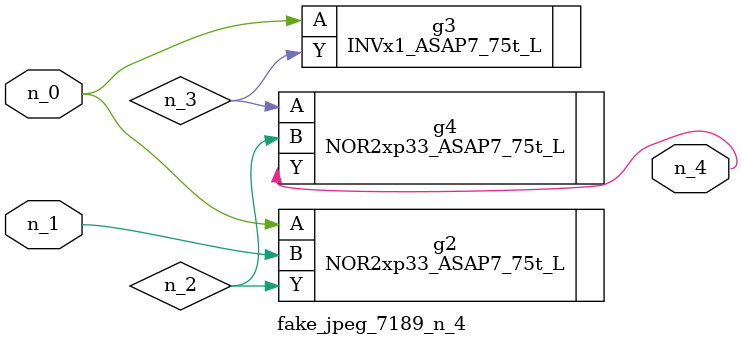
<source format=v>
module fake_jpeg_7189_n_4 (n_0, n_1, n_4);

input n_0;
input n_1;

output n_4;

wire n_3;
wire n_2;

NOR2xp33_ASAP7_75t_L g2 ( 
.A(n_0),
.B(n_1),
.Y(n_2)
);

INVx1_ASAP7_75t_L g3 ( 
.A(n_0),
.Y(n_3)
);

NOR2xp33_ASAP7_75t_L g4 ( 
.A(n_3),
.B(n_2),
.Y(n_4)
);


endmodule
</source>
